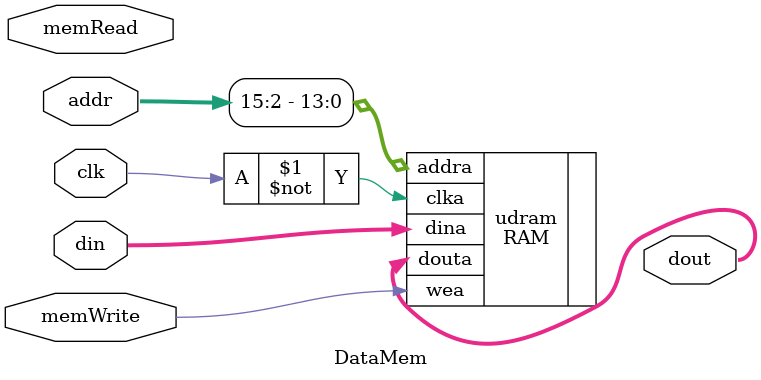
<source format=v>
`timescale 1ns / 1ps

module DataMem(
    input clk, 
    input memWrite, 
    input memRead,
    input [31:0] addr, 
    input [31:0] din, 
    output [31:0] dout 
);
    
    RAM udram(.clka(~clk), .wea(memWrite), .addra(addr[15:2]), .dina(din), .douta(dout));

endmodule
</source>
